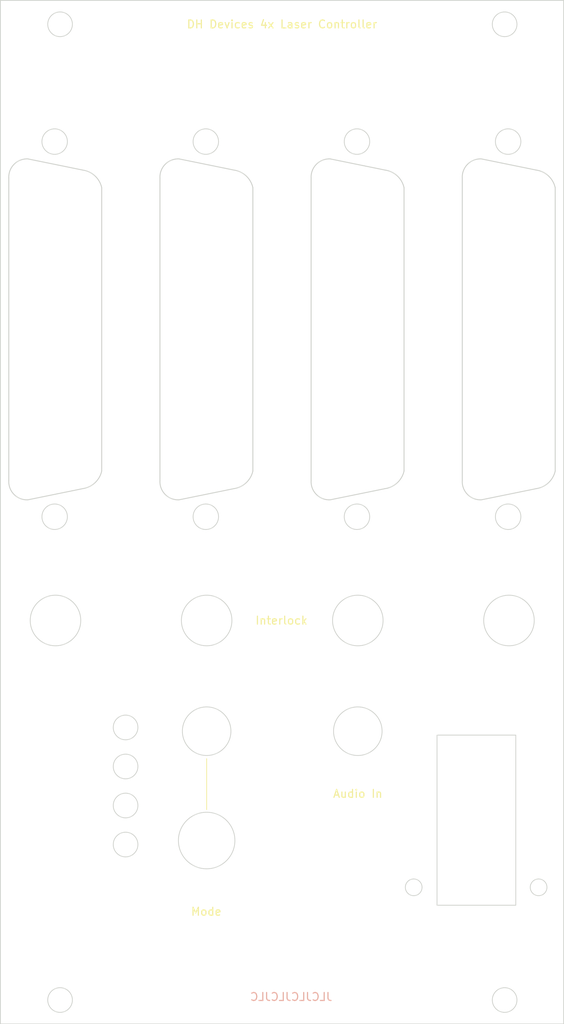
<source format=kicad_pcb>
(kicad_pcb (version 20211014) (generator pcbnew)
  (layers (0 "F.Cu" signal) (31 "B.Cu" signal) (34 "B.Paste" user) (35 "F.Paste" user) (36 "B.SilkS" user "B.Silkscreen") (37 "F.SilkS" user "F.Silkscreen") (38 "B.Mask" user) (39 "F.Mask" user) (44 "Edge.Cuts" user))
  (net 0 "")
  (footprint "clipboard:4b93cbf5-ce04-4dde-aa8b-9ee881575f9a" (layer "F.Cu") (at 133.075 94.199765 90)
    (fp_text reference "" (at 0 0 90) (layer "F.SilkS") (effects (font (size 1.27 1.27))))
    (fp_text value "" (at 0 0 90) (layer "F.SilkS") (effects (font (size 1.27 1.27))))
    (fp_line (start 1.215 11.68) (end 36.785 11.68) (layer "Edge.Cuts") (width 0.12))
    (fp_line (start -2.4 2.4) (end -1 9.28) (layer "Edge.Cuts") (width 0.12))
    (fp_line (start 39 9.28) (end 40.4 2.4) (layer "Edge.Cuts") (width 0.12))
    (fp_line (start 0 0) (end 38 0) (layer "Edge.Cuts") (width 0.12))
    (fp_arc (start 39 9.28) (mid 38.269392 10.82784) (end 36.785 11.68) (layer "Edge.Cuts") (width 0.12))
    (fp_arc (start 1.215 11.68) (mid -0.266618 10.82528) (end -1 9.28) (layer "Edge.Cuts") (width 0.12))
    (fp_arc (start -2.4 2.4) (mid -1.733759 0.666241) (end 0 0) (layer "Edge.Cuts") (width 0.12))
    (fp_arc (start 38 0) (mid 39.730703 0.669297) (end 40.4 2.4) (layer "Edge.Cuts") (width 0.12))
  )
  (footprint "clipboard:4b93cbf5-ce04-4dde-aa8b-9ee881575f9a" (layer "F.Cu") (at 152.075 94.199765 90)
    (fp_text reference "" (at 0 0 90) (layer "F.SilkS") (effects (font (size 1.27 1.27))))
    (fp_text value "" (at 0 0 90) (layer "F.SilkS") (effects (font (size 1.27 1.27))))
    (fp_line (start 39 9.28) (end 40.4 2.4) (layer "Edge.Cuts") (width 0.12))
    (fp_line (start 0 0) (end 38 0) (layer "Edge.Cuts") (width 0.12))
    (fp_line (start 1.215 11.68) (end 36.785 11.68) (layer "Edge.Cuts") (width 0.12))
    (fp_line (start -2.4 2.4) (end -1 9.28) (layer "Edge.Cuts") (width 0.12))
    (fp_arc (start 1.215 11.68) (mid -0.266618 10.82528) (end -1 9.28) (layer "Edge.Cuts") (width 0.12))
    (fp_arc (start 38 0) (mid 39.730703 0.669297) (end 40.4 2.4) (layer "Edge.Cuts") (width 0.12))
    (fp_arc (start 39 9.28) (mid 38.269392 10.82784) (end 36.785 11.68) (layer "Edge.Cuts") (width 0.12))
    (fp_arc (start -2.4 2.4) (mid -1.733759 0.666241) (end 0 0) (layer "Edge.Cuts") (width 0.12))
  )
  (footprint "clipboard:4b93cbf5-ce04-4dde-aa8b-9ee881575f9a" (layer "F.Cu") (at 114.075 94.199765 90)
    (fp_text reference "" (at 0 0 90) (layer "F.SilkS") (effects (font (size 1.27 1.27))))
    (fp_text value "" (at 0 0 90) (layer "F.SilkS") (effects (font (size 1.27 1.27))))
    (fp_line (start -2.4 2.4) (end -1 9.28) (layer "Edge.Cuts") (width 0.12))
    (fp_line (start 39 9.28) (end 40.4 2.4) (layer "Edge.Cuts") (width 0.12))
    (fp_line (start 1.215 11.68) (end 36.785 11.68) (layer "Edge.Cuts") (width 0.12))
    (fp_line (start 0 0) (end 38 0) (layer "Edge.Cuts") (width 0.12))
    (fp_arc (start -2.4 2.4) (mid -1.733759 0.666241) (end 0 0) (layer "Edge.Cuts") (width 0.12))
    (fp_arc (start 38 0) (mid 39.730703 0.669297) (end 40.4 2.4) (layer "Edge.Cuts") (width 0.12))
    (fp_arc (start 1.215 11.68) (mid -0.266618 10.82528) (end -1 9.28) (layer "Edge.Cuts") (width 0.12))
    (fp_arc (start 39 9.28) (mid 38.269392 10.82784) (end 36.785 11.68) (layer "Edge.Cuts") (width 0.12))
  )
  (footprint "clipboard:4b93cbf5-ce04-4dde-aa8b-9ee881575f9a" (layer "F.Cu") (at 95.075 94.199765 90)
    (fp_text reference "" (at 0 0 90) (layer "F.SilkS") (effects (font (size 1.27 1.27))))
    (fp_text value "" (at 0 0 90) (layer "F.SilkS") (effects (font (size 1.27 1.27))))
    (fp_line (start 1.215 11.68) (end 36.785 11.68) (layer "Edge.Cuts") (width 0.12))
    (fp_line (start -2.4 2.4) (end -1 9.28) (layer "Edge.Cuts") (width 0.12))
    (fp_line (start 39 9.28) (end 40.4 2.4) (layer "Edge.Cuts") (width 0.12))
    (fp_line (start 0 0) (end 38 0) (layer "Edge.Cuts") (width 0.12))
    (fp_arc (start 38 0) (mid 39.730703 0.669297) (end 40.4 2.4) (layer "Edge.Cuts") (width 0.12))
    (fp_arc (start -2.4 2.4) (mid -1.733759 0.666241) (end 0 0) (layer "Edge.Cuts") (width 0.12))
    (fp_arc (start 1.215 11.68) (mid -0.266618 10.82528) (end -1 9.28) (layer "Edge.Cuts") (width 0.12))
    (fp_arc (start 39 9.28) (mid 38.269392 10.82784) (end 36.785 11.68) (layer "Edge.Cuts") (width 0.12))
  )
  (gr_line (start 119.945 129.1) (end 119.945 135.5) (layer "F.SilkS") (width 0.1))
  (gr_circle (center 145.97 145.25) (end 147.02 145.25) (layer "Edge.Cuts") (width 0.1) (fill none))
  (gr_circle (center 157.84 51.625) (end 159.44 51.625) (layer "Edge.Cuts") (width 0.1) (fill none))
  (gr_circle (center 100.84 51.625) (end 102.44 51.625) (layer "Edge.Cuts") (width 0.1) (fill none))
  (gr_circle (center 109.755 134.98) (end 111.305 134.98) (layer "Edge.Cuts") (width 0.1) (fill none))
  (gr_circle (center 138.84 51.625) (end 140.44 51.625) (layer "Edge.Cuts") (width 0.1) (fill none))
  (gr_circle (center 119.945 111.75) (end 123.12 111.75) (layer "Edge.Cuts") (width 0.1) (fill none))
  (gr_circle (center 119.84 98.725) (end 121.44 98.725) (layer "Edge.Cuts") (width 0.1) (fill none))
  (gr_rect (start 94.02 33.9) (end 164.82 162.4) (layer "Edge.Cuts") (width 0.1) (fill none))
  (gr_circle (center 138.945 125.65) (end 141.995 125.65) (layer "Edge.Cuts") (width 0.1) (fill none))
  (gr_circle (center 109.755 125.18) (end 111.305 125.18) (layer "Edge.Cuts") (width 0.1) (fill none))
  (gr_circle (center 119.84 51.625) (end 121.44 51.625) (layer "Edge.Cuts") (width 0.1) (fill none))
  (gr_circle (center 138.84 98.725) (end 140.44 98.725) (layer "Edge.Cuts") (width 0.1) (fill none))
  (gr_circle (center 119.945 125.65) (end 122.995 125.65) (layer "Edge.Cuts") (width 0.1) (fill none))
  (gr_circle (center 119.945 139.375) (end 123.495 139.375) (layer "Edge.Cuts") (width 0.1) (fill none))
  (gr_circle (center 157.4 36.9) (end 158.95 36.9) (layer "Edge.Cuts") (width 0.1) (fill none))
  (gr_circle (center 157.945 111.75) (end 161.12 111.75) (layer "Edge.Cuts") (width 0.1) (fill none))
  (gr_circle (center 138.945 111.75) (end 142.12 111.75) (layer "Edge.Cuts") (width 0.1) (fill none))
  (gr_rect (start 148.9 126.14) (end 158.8 147.5) (layer "Edge.Cuts") (width 0.1) (fill none))
  (gr_circle (center 109.755 130.08) (end 111.305 130.08) (layer "Edge.Cuts") (width 0.1) (fill none))
  (gr_circle (center 100.84 98.725) (end 102.44 98.725) (layer "Edge.Cuts") (width 0.1) (fill none))
  (gr_circle (center 101.52 36.9) (end 103.07 36.9) (layer "Edge.Cuts") (width 0.1) (fill none))
  (gr_circle (center 157.4 159.4) (end 158.95 159.4) (layer "Edge.Cuts") (width 0.1) (fill none))
  (gr_circle (center 109.755 139.88) (end 111.305 139.88) (layer "Edge.Cuts") (width 0.1) (fill none))
  (gr_circle (center 157.84 98.725) (end 159.44 98.725) (layer "Edge.Cuts") (width 0.1) (fill none))
  (gr_circle (center 161.67 145.25) (end 162.72 145.25) (layer "Edge.Cuts") (width 0.1) (fill none))
  (gr_circle (center 101.52 159.4) (end 103.07 159.4) (layer "Edge.Cuts") (width 0.1) (fill none))
  (gr_circle (center 100.945 111.75) (end 104.12 111.75) (layer "Edge.Cuts") (width 0.1) (fill none))
  (gr_text "JLCJLCJLCJLC" (at 130.575 159) (layer "B.SilkS") (effects (font (size 1 1)) (justify mirror)))
  (gr_text "Interlock" (at 129.35 111.75) (layer "F.SilkS") (effects (font (size 1 1))))
  (gr_text "Audio In" (at 138.945 133.5) (layer "F.SilkS") (effects (font (size 1 1))))
  (gr_text "Mode" (at 119.9 148.3) (layer "F.SilkS") (effects (font (size 1 1))))
  (gr_text "DH Devices 4x Laser Controller" (at 129.42 36.9) (layer "F.SilkS") (effects (font (size 1 1))))
)
</source>
